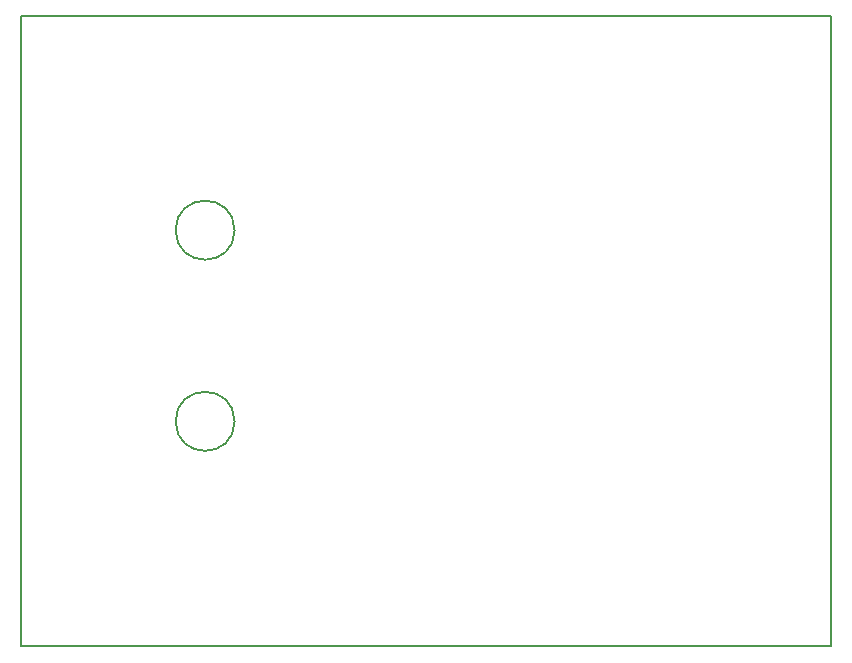
<source format=gm1>
G04 #@! TF.GenerationSoftware,KiCad,Pcbnew,8.0.4*
G04 #@! TF.CreationDate,2024-08-25T09:48:11+02:00*
G04 #@! TF.ProjectId,RTC-Messbruecke-from-template,5254432d-4d65-4737-9362-727565636b65,rev?*
G04 #@! TF.SameCoordinates,Original*
G04 #@! TF.FileFunction,Profile,NP*
%FSLAX46Y46*%
G04 Gerber Fmt 4.6, Leading zero omitted, Abs format (unit mm)*
G04 Created by KiCad (PCBNEW 8.0.4) date 2024-08-25 09:48:11*
%MOMM*%
%LPD*%
G01*
G04 APERTURE LIST*
G04 #@! TA.AperFunction,Profile*
%ADD10C,0.150000*%
G04 #@! TD*
G04 APERTURE END LIST*
D10*
X118070000Y-64770000D02*
G75*
G02*
X113070000Y-64770000I-2500000J0D01*
G01*
X113070000Y-64770000D02*
G75*
G02*
X118070000Y-64770000I2500000J0D01*
G01*
X99999800Y-46659800D02*
X168579800Y-46659800D01*
X168579800Y-99999800D01*
X99999800Y-99999800D01*
X99999800Y-46659800D01*
X118070000Y-80950000D02*
G75*
G02*
X113070000Y-80950000I-2500000J0D01*
G01*
X113070000Y-80950000D02*
G75*
G02*
X118070000Y-80950000I2500000J0D01*
G01*
M02*

</source>
